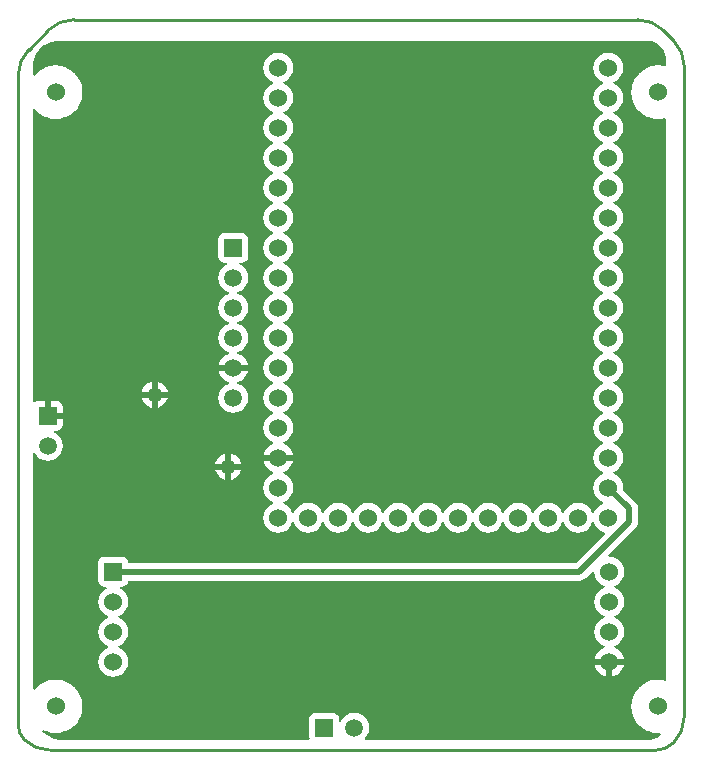
<source format=gbl>
G04 Layer_Physical_Order=2*
G04 Layer_Color=16711680*
%FSLAX25Y25*%
%MOIN*%
G70*
G01*
G75*
%ADD13C,0.01968*%
%ADD14C,0.01000*%
%ADD15R,0.05905X0.05905*%
%ADD16C,0.05905*%
%ADD17C,0.06000*%
%ADD18R,0.06000X0.06000*%
%ADD19R,0.05905X0.05905*%
%ADD20C,0.05000*%
G36*
X356396Y339750D02*
X357579Y339260D01*
X358644Y338549D01*
X359549Y337644D01*
X360260Y336579D01*
X360750Y335396D01*
X361000Y334140D01*
Y331723D01*
X360598Y331425D01*
X360201Y331545D01*
X360004Y331565D01*
X359815Y331622D01*
X358464Y331755D01*
X358365Y331745D01*
X358268Y331765D01*
X358170Y331745D01*
X358071Y331755D01*
X356720Y331622D01*
X356531Y331565D01*
X356334Y331545D01*
X355036Y331151D01*
X354861Y331058D01*
X354672Y331001D01*
X353475Y330361D01*
X353323Y330236D01*
X353148Y330142D01*
X352099Y329281D01*
X351974Y329129D01*
X351821Y329003D01*
X350960Y327954D01*
X350867Y327780D01*
X350741Y327627D01*
X350101Y326430D01*
X350044Y326241D01*
X349951Y326067D01*
X349557Y324768D01*
X349538Y324571D01*
X349480Y324382D01*
X349347Y323031D01*
X349367Y322835D01*
X349347Y322638D01*
X349480Y321287D01*
X349538Y321098D01*
X349557Y320901D01*
X349951Y319603D01*
X350044Y319428D01*
X350101Y319239D01*
X350741Y318042D01*
X350867Y317889D01*
X350960Y317715D01*
X351821Y316666D01*
X351974Y316541D01*
X352099Y316388D01*
X353148Y315527D01*
X353323Y315434D01*
X353475Y315308D01*
X354672Y314668D01*
X354861Y314611D01*
X355036Y314518D01*
X356334Y314124D01*
X356531Y314105D01*
X356720Y314047D01*
X358071Y313914D01*
X358170Y313924D01*
X358268Y313905D01*
X358365Y313924D01*
X358464Y313914D01*
X359815Y314047D01*
X360004Y314105D01*
X360201Y314124D01*
X360598Y314245D01*
X361000Y313947D01*
Y126998D01*
X360598Y126700D01*
X360201Y126821D01*
X360004Y126840D01*
X359815Y126898D01*
X358464Y127031D01*
X358365Y127021D01*
X358268Y127040D01*
X358170Y127021D01*
X358071Y127031D01*
X356720Y126898D01*
X356531Y126840D01*
X356334Y126821D01*
X355036Y126427D01*
X354861Y126334D01*
X354672Y126276D01*
X353475Y125637D01*
X353323Y125511D01*
X353148Y125418D01*
X352099Y124557D01*
X351974Y124404D01*
X351821Y124279D01*
X350960Y123230D01*
X350867Y123055D01*
X350741Y122903D01*
X350101Y121706D01*
X350044Y121517D01*
X349951Y121342D01*
X349557Y120044D01*
X349538Y119847D01*
X349480Y119658D01*
X349347Y118307D01*
X349367Y118110D01*
X349347Y117913D01*
X349480Y116563D01*
X349538Y116374D01*
X349557Y116177D01*
X349951Y114878D01*
X350044Y114704D01*
X350101Y114515D01*
X350741Y113318D01*
X350867Y113165D01*
X350960Y112991D01*
X351821Y111942D01*
X351974Y111816D01*
X352099Y111663D01*
X353148Y110802D01*
X353323Y110709D01*
X353475Y110584D01*
X354672Y109944D01*
X354861Y109887D01*
X355036Y109793D01*
X356334Y109399D01*
X356531Y109380D01*
X356720Y109323D01*
X358071Y109190D01*
X358170Y109200D01*
X358268Y109180D01*
X358365Y109200D01*
X358464Y109190D01*
X359023Y109245D01*
X359250Y108765D01*
X358825Y108340D01*
X357842Y107683D01*
X356750Y107231D01*
X355591Y107000D01*
X260649D01*
X260543Y107313D01*
X260518Y107500D01*
X261299Y108518D01*
X261795Y109715D01*
X261964Y111000D01*
X261795Y112285D01*
X261299Y113482D01*
X260510Y114510D01*
X259482Y115299D01*
X258285Y115795D01*
X257000Y115964D01*
X255715Y115795D01*
X254518Y115299D01*
X253490Y114510D01*
X252701Y113482D01*
X252460Y112899D01*
X251960Y112998D01*
Y113953D01*
X251807Y114721D01*
X251372Y115372D01*
X250721Y115807D01*
X249953Y115960D01*
X244047D01*
X243279Y115807D01*
X242628Y115372D01*
X242193Y114721D01*
X242040Y113953D01*
Y108047D01*
X242149Y107500D01*
X241824Y107000D01*
X159015D01*
X157083Y107384D01*
X155263Y108138D01*
X153625Y109232D01*
X153017Y109841D01*
X153318Y110247D01*
X153885Y109944D01*
X154074Y109887D01*
X154248Y109793D01*
X155547Y109399D01*
X155744Y109380D01*
X155933Y109323D01*
X157284Y109190D01*
X157383Y109200D01*
X157480Y109180D01*
X157578Y109200D01*
X157677Y109190D01*
X159028Y109323D01*
X159217Y109380D01*
X159414Y109399D01*
X160712Y109793D01*
X160887Y109887D01*
X161076Y109944D01*
X162273Y110584D01*
X162425Y110709D01*
X162600Y110802D01*
X163649Y111663D01*
X163774Y111816D01*
X163927Y111942D01*
X164788Y112991D01*
X164881Y113165D01*
X165007Y113318D01*
X165647Y114515D01*
X165704Y114704D01*
X165797Y114878D01*
X166191Y116177D01*
X166210Y116374D01*
X166268Y116563D01*
X166401Y117913D01*
X166381Y118110D01*
X166401Y118307D01*
X166268Y119658D01*
X166210Y119847D01*
X166191Y120044D01*
X165797Y121342D01*
X165704Y121517D01*
X165647Y121706D01*
X165007Y122903D01*
X164881Y123055D01*
X164788Y123230D01*
X163927Y124279D01*
X163774Y124404D01*
X163649Y124557D01*
X162600Y125418D01*
X162425Y125511D01*
X162273Y125637D01*
X161076Y126276D01*
X160887Y126334D01*
X160712Y126427D01*
X159414Y126821D01*
X159217Y126840D01*
X159028Y126898D01*
X157677Y127031D01*
X157578Y127021D01*
X157480Y127040D01*
X157383Y127021D01*
X157284Y127031D01*
X155933Y126898D01*
X155744Y126840D01*
X155547Y126821D01*
X154248Y126427D01*
X154074Y126334D01*
X153885Y126276D01*
X152688Y125637D01*
X152535Y125511D01*
X152361Y125418D01*
X151312Y124557D01*
X151186Y124404D01*
X151033Y124279D01*
X150500Y123629D01*
X150000Y123808D01*
Y202538D01*
X150500Y202637D01*
X150549Y202518D01*
X151338Y201490D01*
X152366Y200701D01*
X153563Y200205D01*
X154848Y200036D01*
X156133Y200205D01*
X157330Y200701D01*
X158358Y201490D01*
X159147Y202518D01*
X159643Y203715D01*
X159812Y205000D01*
X159643Y206285D01*
X159147Y207482D01*
X158358Y208510D01*
X157330Y209299D01*
X156747Y209540D01*
X156846Y210040D01*
X157801D01*
X158569Y210193D01*
X159220Y210628D01*
X159655Y211279D01*
X159808Y212047D01*
Y214016D01*
X154848D01*
Y215000D01*
X153864D01*
Y219960D01*
X151895D01*
X151127Y219807D01*
X150500Y219388D01*
X150365Y219416D01*
X150000Y219559D01*
Y317137D01*
X150500Y317316D01*
X151033Y316666D01*
X151186Y316541D01*
X151312Y316388D01*
X152361Y315527D01*
X152535Y315434D01*
X152688Y315308D01*
X153885Y314668D01*
X154074Y314611D01*
X154248Y314518D01*
X155547Y314124D01*
X155744Y314105D01*
X155933Y314047D01*
X157284Y313914D01*
X157383Y313924D01*
X157480Y313905D01*
X157578Y313924D01*
X157677Y313914D01*
X159028Y314047D01*
X159217Y314105D01*
X159414Y314124D01*
X160712Y314518D01*
X160887Y314611D01*
X161076Y314668D01*
X162273Y315308D01*
X162425Y315434D01*
X162600Y315527D01*
X163649Y316388D01*
X163774Y316541D01*
X163927Y316666D01*
X164788Y317715D01*
X164881Y317889D01*
X165007Y318042D01*
X165647Y319239D01*
X165704Y319428D01*
X165797Y319603D01*
X166191Y320901D01*
X166210Y321098D01*
X166268Y321287D01*
X166401Y322638D01*
X166381Y322835D01*
X166401Y323031D01*
X166268Y324382D01*
X166210Y324571D01*
X166191Y324768D01*
X165797Y326067D01*
X165704Y326241D01*
X165647Y326430D01*
X165007Y327627D01*
X164881Y327780D01*
X164788Y327954D01*
X163927Y329003D01*
X163774Y329129D01*
X163649Y329281D01*
X162600Y330142D01*
X162425Y330236D01*
X162273Y330361D01*
X161076Y331001D01*
X160887Y331058D01*
X160712Y331151D01*
X159414Y331545D01*
X159217Y331565D01*
X159028Y331622D01*
X157677Y331755D01*
X157578Y331745D01*
X157480Y331765D01*
X157383Y331745D01*
X157284Y331755D01*
X155933Y331622D01*
X155744Y331565D01*
X155547Y331545D01*
X154248Y331151D01*
X154074Y331058D01*
X153885Y331001D01*
X152688Y330361D01*
X152535Y330236D01*
X152361Y330142D01*
X151312Y329281D01*
X151186Y329129D01*
X151033Y329003D01*
X150500Y328353D01*
X150000Y328532D01*
Y332337D01*
X150327Y333979D01*
X150967Y335526D01*
X151898Y336918D01*
X153082Y338102D01*
X154474Y339033D01*
X156021Y339673D01*
X157663Y340000D01*
X355140D01*
X356396Y339750D01*
D02*
G37*
%LPC*%
G36*
X219377Y197016D02*
X215984D01*
Y193623D01*
X216166Y193647D01*
X217253Y194097D01*
X218187Y194813D01*
X218903Y195747D01*
X219354Y196834D01*
X219377Y197016D01*
D02*
G37*
G36*
X214016Y202378D02*
X213833Y202354D01*
X212747Y201903D01*
X211813Y201187D01*
X211097Y200254D01*
X210647Y199167D01*
X210623Y198984D01*
X214016D01*
Y202378D01*
D02*
G37*
G36*
X215984D02*
Y198984D01*
X219377D01*
X219354Y199167D01*
X218903Y200254D01*
X218187Y201187D01*
X217253Y201903D01*
X216166Y202354D01*
X215984Y202378D01*
D02*
G37*
G36*
X214016Y197016D02*
X210623D01*
X210647Y196834D01*
X211097Y195747D01*
X211813Y194813D01*
X212747Y194097D01*
X213833Y193647D01*
X214016Y193623D01*
Y197016D01*
D02*
G37*
G36*
X341016Y132016D02*
X337118D01*
X337159Y131703D01*
X337660Y130494D01*
X338456Y129456D01*
X339494Y128660D01*
X340703Y128159D01*
X341016Y128118D01*
Y132016D01*
D02*
G37*
G36*
X346882D02*
X342984D01*
Y128118D01*
X343297Y128159D01*
X344506Y128660D01*
X345544Y129456D01*
X346340Y130494D01*
X346841Y131703D01*
X346882Y132016D01*
D02*
G37*
G36*
X341646Y336011D02*
X340349Y335841D01*
X339140Y335340D01*
X338102Y334544D01*
X337306Y333506D01*
X336805Y332297D01*
X336634Y331000D01*
X336805Y329703D01*
X337306Y328494D01*
X338102Y327456D01*
X339140Y326660D01*
X340080Y326271D01*
Y325729D01*
X339140Y325340D01*
X338102Y324544D01*
X337306Y323506D01*
X336805Y322297D01*
X336634Y321000D01*
X336805Y319703D01*
X337306Y318494D01*
X338102Y317456D01*
X339140Y316660D01*
X340080Y316271D01*
Y315729D01*
X339140Y315340D01*
X338102Y314544D01*
X337306Y313506D01*
X336805Y312297D01*
X336634Y311000D01*
X336805Y309703D01*
X337306Y308494D01*
X338102Y307456D01*
X339140Y306660D01*
X340080Y306271D01*
Y305729D01*
X339140Y305340D01*
X338102Y304544D01*
X337306Y303506D01*
X336805Y302297D01*
X336634Y301000D01*
X336805Y299703D01*
X337306Y298494D01*
X338102Y297456D01*
X339140Y296660D01*
X340080Y296271D01*
Y295729D01*
X339140Y295340D01*
X338102Y294544D01*
X337306Y293506D01*
X336805Y292297D01*
X336634Y291000D01*
X336805Y289703D01*
X337306Y288494D01*
X338102Y287456D01*
X339140Y286660D01*
X340080Y286271D01*
Y285729D01*
X339140Y285340D01*
X338102Y284544D01*
X337306Y283506D01*
X336805Y282297D01*
X336634Y281000D01*
X336805Y279703D01*
X337306Y278494D01*
X338102Y277456D01*
X339140Y276660D01*
X340080Y276271D01*
Y275729D01*
X339140Y275340D01*
X338102Y274544D01*
X337306Y273506D01*
X336805Y272297D01*
X336634Y271000D01*
X336805Y269703D01*
X337306Y268494D01*
X338102Y267456D01*
X339140Y266660D01*
X340080Y266271D01*
Y265729D01*
X339140Y265340D01*
X338102Y264544D01*
X337306Y263506D01*
X336805Y262297D01*
X336634Y261000D01*
X336805Y259703D01*
X337306Y258494D01*
X338102Y257456D01*
X339140Y256660D01*
X340080Y256271D01*
Y255729D01*
X339140Y255340D01*
X338102Y254544D01*
X337306Y253506D01*
X336805Y252297D01*
X336634Y251000D01*
X336805Y249703D01*
X337306Y248494D01*
X338102Y247456D01*
X339140Y246660D01*
X340080Y246271D01*
Y245729D01*
X339140Y245340D01*
X338102Y244544D01*
X337306Y243506D01*
X336805Y242297D01*
X336634Y241000D01*
X336805Y239703D01*
X337306Y238494D01*
X338102Y237456D01*
X339140Y236660D01*
X340080Y236271D01*
Y235729D01*
X339140Y235340D01*
X338102Y234544D01*
X337306Y233506D01*
X336805Y232297D01*
X336634Y231000D01*
X336805Y229703D01*
X337306Y228494D01*
X338102Y227456D01*
X339140Y226660D01*
X340080Y226271D01*
Y225729D01*
X339140Y225340D01*
X338102Y224544D01*
X337306Y223506D01*
X336805Y222297D01*
X336634Y221000D01*
X336805Y219703D01*
X337306Y218494D01*
X338102Y217456D01*
X339140Y216660D01*
X340080Y216271D01*
Y215729D01*
X339140Y215340D01*
X338102Y214544D01*
X337306Y213506D01*
X336805Y212297D01*
X336634Y211000D01*
X336805Y209703D01*
X337306Y208494D01*
X338102Y207456D01*
X339140Y206660D01*
X340080Y206271D01*
Y205729D01*
X339140Y205340D01*
X338102Y204544D01*
X337306Y203506D01*
X336805Y202297D01*
X336634Y201000D01*
X336805Y199703D01*
X337306Y198494D01*
X338102Y197456D01*
X339140Y196660D01*
X340080Y196271D01*
Y195729D01*
X339140Y195340D01*
X338102Y194544D01*
X337306Y193506D01*
X336805Y192297D01*
X336634Y191000D01*
X336805Y189703D01*
X337306Y188494D01*
X338102Y187456D01*
X339140Y186660D01*
X340080Y186271D01*
Y185729D01*
X339140Y185340D01*
X338102Y184544D01*
X337306Y183506D01*
X336916Y182565D01*
X336375D01*
X335986Y183506D01*
X335189Y184544D01*
X334151Y185340D01*
X332943Y185841D01*
X331646Y186011D01*
X330349Y185841D01*
X329140Y185340D01*
X328102Y184544D01*
X327306Y183506D01*
X326916Y182565D01*
X326375D01*
X325986Y183506D01*
X325189Y184544D01*
X324151Y185340D01*
X322943Y185841D01*
X321646Y186011D01*
X320349Y185841D01*
X319140Y185340D01*
X318102Y184544D01*
X317306Y183506D01*
X316916Y182565D01*
X316375D01*
X315986Y183506D01*
X315189Y184544D01*
X314151Y185340D01*
X312943Y185841D01*
X311646Y186011D01*
X310349Y185841D01*
X309140Y185340D01*
X308102Y184544D01*
X307306Y183506D01*
X306916Y182565D01*
X306375D01*
X305986Y183506D01*
X305189Y184544D01*
X304151Y185340D01*
X302943Y185841D01*
X301646Y186011D01*
X300349Y185841D01*
X299140Y185340D01*
X298102Y184544D01*
X297306Y183506D01*
X296916Y182565D01*
X296375D01*
X295986Y183506D01*
X295189Y184544D01*
X294151Y185340D01*
X292943Y185841D01*
X291646Y186011D01*
X290349Y185841D01*
X289140Y185340D01*
X288102Y184544D01*
X287306Y183506D01*
X286916Y182565D01*
X286375D01*
X285986Y183506D01*
X285189Y184544D01*
X284151Y185340D01*
X282943Y185841D01*
X281646Y186011D01*
X280349Y185841D01*
X279140Y185340D01*
X278102Y184544D01*
X277306Y183506D01*
X276916Y182565D01*
X276375D01*
X275986Y183506D01*
X275189Y184544D01*
X274151Y185340D01*
X272943Y185841D01*
X271646Y186011D01*
X270349Y185841D01*
X269140Y185340D01*
X268102Y184544D01*
X267306Y183506D01*
X266916Y182565D01*
X266375D01*
X265986Y183506D01*
X265189Y184544D01*
X264151Y185340D01*
X262943Y185841D01*
X261646Y186011D01*
X260349Y185841D01*
X259140Y185340D01*
X258102Y184544D01*
X257306Y183506D01*
X256916Y182565D01*
X256375D01*
X255986Y183506D01*
X255189Y184544D01*
X254151Y185340D01*
X252943Y185841D01*
X251646Y186011D01*
X250349Y185841D01*
X249140Y185340D01*
X248102Y184544D01*
X247306Y183506D01*
X246916Y182565D01*
X246375D01*
X245986Y183506D01*
X245189Y184544D01*
X244151Y185340D01*
X242943Y185841D01*
X241646Y186011D01*
X240349Y185841D01*
X239140Y185340D01*
X238102Y184544D01*
X237306Y183506D01*
X236916Y182565D01*
X236375D01*
X235986Y183506D01*
X235189Y184544D01*
X234151Y185340D01*
X233211Y185729D01*
Y186271D01*
X234151Y186660D01*
X235189Y187456D01*
X235986Y188494D01*
X236486Y189703D01*
X236657Y191000D01*
X236486Y192297D01*
X235986Y193506D01*
X235189Y194544D01*
X234151Y195340D01*
X233211Y195729D01*
Y196271D01*
X234151Y196660D01*
X235189Y197456D01*
X235986Y198494D01*
X236486Y199703D01*
X236527Y200016D01*
X226764D01*
X226805Y199703D01*
X227306Y198494D01*
X228102Y197456D01*
X229140Y196660D01*
X230080Y196271D01*
Y195729D01*
X229140Y195340D01*
X228102Y194544D01*
X227306Y193506D01*
X226805Y192297D01*
X226634Y191000D01*
X226805Y189703D01*
X227306Y188494D01*
X228102Y187456D01*
X229140Y186660D01*
X230080Y186271D01*
Y185729D01*
X229140Y185340D01*
X228102Y184544D01*
X227306Y183506D01*
X226805Y182297D01*
X226634Y181000D01*
X226805Y179703D01*
X227306Y178494D01*
X228102Y177456D01*
X229140Y176660D01*
X230349Y176159D01*
X231646Y175989D01*
X232943Y176159D01*
X234151Y176660D01*
X235189Y177456D01*
X235986Y178494D01*
X236375Y179435D01*
X236916D01*
X237306Y178494D01*
X238102Y177456D01*
X239140Y176660D01*
X240349Y176159D01*
X241646Y175989D01*
X242943Y176159D01*
X244151Y176660D01*
X245189Y177456D01*
X245986Y178494D01*
X246375Y179435D01*
X246916D01*
X247306Y178494D01*
X248102Y177456D01*
X249140Y176660D01*
X250349Y176159D01*
X251646Y175989D01*
X252943Y176159D01*
X254151Y176660D01*
X255189Y177456D01*
X255986Y178494D01*
X256375Y179435D01*
X256916D01*
X257306Y178494D01*
X258102Y177456D01*
X259140Y176660D01*
X260349Y176159D01*
X261646Y175989D01*
X262943Y176159D01*
X264151Y176660D01*
X265189Y177456D01*
X265986Y178494D01*
X266375Y179435D01*
X266916D01*
X267306Y178494D01*
X268102Y177456D01*
X269140Y176660D01*
X270349Y176159D01*
X271646Y175989D01*
X272943Y176159D01*
X274151Y176660D01*
X275189Y177456D01*
X275986Y178494D01*
X276375Y179435D01*
X276916D01*
X277306Y178494D01*
X278102Y177456D01*
X279140Y176660D01*
X280349Y176159D01*
X281646Y175989D01*
X282943Y176159D01*
X284151Y176660D01*
X285189Y177456D01*
X285986Y178494D01*
X286375Y179435D01*
X286916D01*
X287306Y178494D01*
X288102Y177456D01*
X289140Y176660D01*
X290349Y176159D01*
X291646Y175989D01*
X292943Y176159D01*
X294151Y176660D01*
X295189Y177456D01*
X295986Y178494D01*
X296375Y179435D01*
X296916D01*
X297306Y178494D01*
X298102Y177456D01*
X299140Y176660D01*
X300349Y176159D01*
X301646Y175989D01*
X302943Y176159D01*
X304151Y176660D01*
X305189Y177456D01*
X305986Y178494D01*
X306375Y179435D01*
X306916D01*
X307306Y178494D01*
X308102Y177456D01*
X309140Y176660D01*
X310349Y176159D01*
X311646Y175989D01*
X312943Y176159D01*
X314151Y176660D01*
X315189Y177456D01*
X315986Y178494D01*
X316375Y179435D01*
X316916D01*
X317306Y178494D01*
X318102Y177456D01*
X319140Y176660D01*
X320349Y176159D01*
X321646Y175989D01*
X322943Y176159D01*
X324151Y176660D01*
X325189Y177456D01*
X325986Y178494D01*
X326375Y179435D01*
X326916D01*
X327306Y178494D01*
X328102Y177456D01*
X329140Y176660D01*
X330349Y176159D01*
X331646Y175989D01*
X332943Y176159D01*
X334151Y176660D01*
X335189Y177456D01*
X335986Y178494D01*
X336375Y179435D01*
X336916D01*
X337306Y178494D01*
X338102Y177456D01*
X339140Y176660D01*
X340349Y176159D01*
X340374Y176156D01*
X340535Y175683D01*
X330831Y165978D01*
X181653D01*
Y166000D01*
X181500Y166768D01*
X181065Y167419D01*
X180414Y167854D01*
X179646Y168007D01*
X173646D01*
X172878Y167854D01*
X172227Y167419D01*
X171791Y166768D01*
X171639Y166000D01*
Y160000D01*
X171791Y159232D01*
X172227Y158581D01*
X172878Y158146D01*
X173646Y157993D01*
X174410D01*
X174509Y157493D01*
X174140Y157340D01*
X173102Y156544D01*
X172306Y155506D01*
X171805Y154297D01*
X171634Y153000D01*
X171805Y151703D01*
X172306Y150494D01*
X173102Y149456D01*
X174140Y148660D01*
X175080Y148271D01*
Y147729D01*
X174140Y147340D01*
X173102Y146544D01*
X172306Y145506D01*
X171805Y144297D01*
X171634Y143000D01*
X171805Y141703D01*
X172306Y140494D01*
X173102Y139456D01*
X174140Y138660D01*
X175080Y138271D01*
Y137729D01*
X174140Y137340D01*
X173102Y136544D01*
X172306Y135506D01*
X171805Y134297D01*
X171634Y133000D01*
X171805Y131703D01*
X172306Y130494D01*
X173102Y129456D01*
X174140Y128660D01*
X175349Y128159D01*
X176646Y127989D01*
X177943Y128159D01*
X179151Y128660D01*
X180189Y129456D01*
X180986Y130494D01*
X181486Y131703D01*
X181657Y133000D01*
X181486Y134297D01*
X180986Y135506D01*
X180189Y136544D01*
X179151Y137340D01*
X178211Y137729D01*
Y138271D01*
X179151Y138660D01*
X180189Y139456D01*
X180986Y140494D01*
X181486Y141703D01*
X181657Y143000D01*
X181486Y144297D01*
X180986Y145506D01*
X180189Y146544D01*
X179151Y147340D01*
X178211Y147729D01*
Y148271D01*
X179151Y148660D01*
X180189Y149456D01*
X180986Y150494D01*
X181486Y151703D01*
X181657Y153000D01*
X181486Y154297D01*
X180986Y155506D01*
X180189Y156544D01*
X179151Y157340D01*
X178782Y157493D01*
X178882Y157993D01*
X179646D01*
X180414Y158146D01*
X181065Y158581D01*
X181500Y159232D01*
X181653Y160000D01*
Y160022D01*
X332064D01*
X332835Y160123D01*
X333553Y160421D01*
X334170Y160894D01*
X336547Y163271D01*
X336995Y163050D01*
X336989Y163000D01*
X337159Y161703D01*
X337660Y160494D01*
X338456Y159456D01*
X339494Y158660D01*
X340435Y158271D01*
Y157729D01*
X339494Y157340D01*
X338456Y156544D01*
X337660Y155506D01*
X337159Y154297D01*
X336989Y153000D01*
X337159Y151703D01*
X337660Y150494D01*
X338456Y149456D01*
X339494Y148660D01*
X340435Y148271D01*
Y147729D01*
X339494Y147340D01*
X338456Y146544D01*
X337660Y145506D01*
X337159Y144297D01*
X336989Y143000D01*
X337159Y141703D01*
X337660Y140494D01*
X338456Y139456D01*
X339494Y138660D01*
X340435Y138271D01*
Y137729D01*
X339494Y137340D01*
X338456Y136544D01*
X337660Y135506D01*
X337159Y134297D01*
X337118Y133984D01*
X346882D01*
X346841Y134297D01*
X346340Y135506D01*
X345544Y136544D01*
X344506Y137340D01*
X343566Y137729D01*
Y138271D01*
X344506Y138660D01*
X345544Y139456D01*
X346340Y140494D01*
X346841Y141703D01*
X347011Y143000D01*
X346841Y144297D01*
X346340Y145506D01*
X345544Y146544D01*
X344506Y147340D01*
X343566Y147729D01*
Y148271D01*
X344506Y148660D01*
X345544Y149456D01*
X346340Y150494D01*
X346841Y151703D01*
X347011Y153000D01*
X346841Y154297D01*
X346340Y155506D01*
X345544Y156544D01*
X344506Y157340D01*
X343566Y157729D01*
Y158271D01*
X344506Y158660D01*
X345544Y159456D01*
X346340Y160494D01*
X346841Y161703D01*
X347011Y163000D01*
X346841Y164297D01*
X346340Y165506D01*
X345544Y166544D01*
X344506Y167340D01*
X343297Y167841D01*
X342000Y168011D01*
X341950Y168005D01*
X341729Y168453D01*
X350670Y177394D01*
X350670Y177394D01*
X351143Y178011D01*
X351441Y178729D01*
X351542Y179500D01*
Y184081D01*
X351542Y184081D01*
X351441Y184852D01*
X351143Y185571D01*
X350670Y186188D01*
X350670Y186188D01*
X346564Y190294D01*
X346657Y191000D01*
X346486Y192297D01*
X345986Y193506D01*
X345189Y194544D01*
X344151Y195340D01*
X343211Y195729D01*
Y196271D01*
X344151Y196660D01*
X345189Y197456D01*
X345986Y198494D01*
X346486Y199703D01*
X346657Y201000D01*
X346486Y202297D01*
X345986Y203506D01*
X345189Y204544D01*
X344151Y205340D01*
X343211Y205729D01*
Y206271D01*
X344151Y206660D01*
X345189Y207456D01*
X345986Y208494D01*
X346486Y209703D01*
X346657Y211000D01*
X346486Y212297D01*
X345986Y213506D01*
X345189Y214544D01*
X344151Y215340D01*
X343211Y215729D01*
Y216271D01*
X344151Y216660D01*
X345189Y217456D01*
X345986Y218494D01*
X346486Y219703D01*
X346657Y221000D01*
X346486Y222297D01*
X345986Y223506D01*
X345189Y224544D01*
X344151Y225340D01*
X343211Y225729D01*
Y226271D01*
X344151Y226660D01*
X345189Y227456D01*
X345986Y228494D01*
X346486Y229703D01*
X346657Y231000D01*
X346486Y232297D01*
X345986Y233506D01*
X345189Y234544D01*
X344151Y235340D01*
X343211Y235729D01*
Y236271D01*
X344151Y236660D01*
X345189Y237456D01*
X345986Y238494D01*
X346486Y239703D01*
X346657Y241000D01*
X346486Y242297D01*
X345986Y243506D01*
X345189Y244544D01*
X344151Y245340D01*
X343211Y245729D01*
Y246271D01*
X344151Y246660D01*
X345189Y247456D01*
X345986Y248494D01*
X346486Y249703D01*
X346657Y251000D01*
X346486Y252297D01*
X345986Y253506D01*
X345189Y254544D01*
X344151Y255340D01*
X343211Y255729D01*
Y256271D01*
X344151Y256660D01*
X345189Y257456D01*
X345986Y258494D01*
X346486Y259703D01*
X346657Y261000D01*
X346486Y262297D01*
X345986Y263506D01*
X345189Y264544D01*
X344151Y265340D01*
X343211Y265729D01*
Y266271D01*
X344151Y266660D01*
X345189Y267456D01*
X345986Y268494D01*
X346486Y269703D01*
X346657Y271000D01*
X346486Y272297D01*
X345986Y273506D01*
X345189Y274544D01*
X344151Y275340D01*
X343211Y275729D01*
Y276271D01*
X344151Y276660D01*
X345189Y277456D01*
X345986Y278494D01*
X346486Y279703D01*
X346657Y281000D01*
X346486Y282297D01*
X345986Y283506D01*
X345189Y284544D01*
X344151Y285340D01*
X343211Y285729D01*
Y286271D01*
X344151Y286660D01*
X345189Y287456D01*
X345986Y288494D01*
X346486Y289703D01*
X346657Y291000D01*
X346486Y292297D01*
X345986Y293506D01*
X345189Y294544D01*
X344151Y295340D01*
X343211Y295729D01*
Y296271D01*
X344151Y296660D01*
X345189Y297456D01*
X345986Y298494D01*
X346486Y299703D01*
X346657Y301000D01*
X346486Y302297D01*
X345986Y303506D01*
X345189Y304544D01*
X344151Y305340D01*
X343211Y305729D01*
Y306271D01*
X344151Y306660D01*
X345189Y307456D01*
X345986Y308494D01*
X346486Y309703D01*
X346657Y311000D01*
X346486Y312297D01*
X345986Y313506D01*
X345189Y314544D01*
X344151Y315340D01*
X343211Y315729D01*
Y316271D01*
X344151Y316660D01*
X345189Y317456D01*
X345986Y318494D01*
X346486Y319703D01*
X346657Y321000D01*
X346486Y322297D01*
X345986Y323506D01*
X345189Y324544D01*
X344151Y325340D01*
X343211Y325729D01*
Y326271D01*
X344151Y326660D01*
X345189Y327456D01*
X345986Y328494D01*
X346486Y329703D01*
X346657Y331000D01*
X346486Y332297D01*
X345986Y333506D01*
X345189Y334544D01*
X344151Y335340D01*
X342943Y335841D01*
X341646Y336011D01*
D02*
G37*
G36*
X231646D02*
X230349Y335841D01*
X229140Y335340D01*
X228102Y334544D01*
X227306Y333506D01*
X226805Y332297D01*
X226634Y331000D01*
X226805Y329703D01*
X227306Y328494D01*
X228102Y327456D01*
X229140Y326660D01*
X230080Y326271D01*
Y325729D01*
X229140Y325340D01*
X228102Y324544D01*
X227306Y323506D01*
X226805Y322297D01*
X226634Y321000D01*
X226805Y319703D01*
X227306Y318494D01*
X228102Y317456D01*
X229140Y316660D01*
X230080Y316271D01*
Y315729D01*
X229140Y315340D01*
X228102Y314544D01*
X227306Y313506D01*
X226805Y312297D01*
X226634Y311000D01*
X226805Y309703D01*
X227306Y308494D01*
X228102Y307456D01*
X229140Y306660D01*
X230080Y306271D01*
Y305729D01*
X229140Y305340D01*
X228102Y304544D01*
X227306Y303506D01*
X226805Y302297D01*
X226634Y301000D01*
X226805Y299703D01*
X227306Y298494D01*
X228102Y297456D01*
X229140Y296660D01*
X230080Y296271D01*
Y295729D01*
X229140Y295340D01*
X228102Y294544D01*
X227306Y293506D01*
X226805Y292297D01*
X226634Y291000D01*
X226805Y289703D01*
X227306Y288494D01*
X228102Y287456D01*
X229140Y286660D01*
X230080Y286271D01*
Y285729D01*
X229140Y285340D01*
X228102Y284544D01*
X227306Y283506D01*
X226805Y282297D01*
X226634Y281000D01*
X226805Y279703D01*
X227306Y278494D01*
X228102Y277456D01*
X229140Y276660D01*
X230080Y276271D01*
Y275729D01*
X229140Y275340D01*
X228102Y274544D01*
X227306Y273506D01*
X226805Y272297D01*
X226634Y271000D01*
X226805Y269703D01*
X227306Y268494D01*
X228102Y267456D01*
X229140Y266660D01*
X230080Y266271D01*
Y265729D01*
X229140Y265340D01*
X228102Y264544D01*
X227306Y263506D01*
X226805Y262297D01*
X226634Y261000D01*
X226805Y259703D01*
X227306Y258494D01*
X228102Y257456D01*
X229140Y256660D01*
X230080Y256271D01*
Y255729D01*
X229140Y255340D01*
X228102Y254544D01*
X227306Y253506D01*
X226805Y252297D01*
X226634Y251000D01*
X226805Y249703D01*
X227306Y248494D01*
X228102Y247456D01*
X229140Y246660D01*
X230080Y246271D01*
Y245729D01*
X229140Y245340D01*
X228102Y244544D01*
X227306Y243506D01*
X226805Y242297D01*
X226634Y241000D01*
X226805Y239703D01*
X227306Y238494D01*
X228102Y237456D01*
X229140Y236660D01*
X230080Y236271D01*
Y235729D01*
X229140Y235340D01*
X228102Y234544D01*
X227306Y233506D01*
X226805Y232297D01*
X226634Y231000D01*
X226805Y229703D01*
X227306Y228494D01*
X228102Y227456D01*
X229140Y226660D01*
X230080Y226271D01*
Y225729D01*
X229140Y225340D01*
X228102Y224544D01*
X227306Y223506D01*
X226805Y222297D01*
X226634Y221000D01*
X226805Y219703D01*
X227306Y218494D01*
X228102Y217456D01*
X229140Y216660D01*
X230080Y216271D01*
Y215729D01*
X229140Y215340D01*
X228102Y214544D01*
X227306Y213506D01*
X226805Y212297D01*
X226634Y211000D01*
X226805Y209703D01*
X227306Y208494D01*
X228102Y207456D01*
X229140Y206660D01*
X230080Y206271D01*
Y205729D01*
X229140Y205340D01*
X228102Y204544D01*
X227306Y203506D01*
X226805Y202297D01*
X226764Y201984D01*
X236527D01*
X236486Y202297D01*
X235986Y203506D01*
X235189Y204544D01*
X234151Y205340D01*
X233211Y205729D01*
Y206271D01*
X234151Y206660D01*
X235189Y207456D01*
X235986Y208494D01*
X236486Y209703D01*
X236657Y211000D01*
X236486Y212297D01*
X235986Y213506D01*
X235189Y214544D01*
X234151Y215340D01*
X233211Y215729D01*
Y216271D01*
X234151Y216660D01*
X235189Y217456D01*
X235986Y218494D01*
X236486Y219703D01*
X236657Y221000D01*
X236486Y222297D01*
X235986Y223506D01*
X235189Y224544D01*
X234151Y225340D01*
X233211Y225729D01*
Y226271D01*
X234151Y226660D01*
X235189Y227456D01*
X235986Y228494D01*
X236486Y229703D01*
X236657Y231000D01*
X236486Y232297D01*
X235986Y233506D01*
X235189Y234544D01*
X234151Y235340D01*
X233211Y235729D01*
Y236271D01*
X234151Y236660D01*
X235189Y237456D01*
X235986Y238494D01*
X236486Y239703D01*
X236657Y241000D01*
X236486Y242297D01*
X235986Y243506D01*
X235189Y244544D01*
X234151Y245340D01*
X233211Y245729D01*
Y246271D01*
X234151Y246660D01*
X235189Y247456D01*
X235986Y248494D01*
X236486Y249703D01*
X236657Y251000D01*
X236486Y252297D01*
X235986Y253506D01*
X235189Y254544D01*
X234151Y255340D01*
X233211Y255729D01*
Y256271D01*
X234151Y256660D01*
X235189Y257456D01*
X235986Y258494D01*
X236486Y259703D01*
X236657Y261000D01*
X236486Y262297D01*
X235986Y263506D01*
X235189Y264544D01*
X234151Y265340D01*
X233211Y265729D01*
Y266271D01*
X234151Y266660D01*
X235189Y267456D01*
X235986Y268494D01*
X236486Y269703D01*
X236657Y271000D01*
X236486Y272297D01*
X235986Y273506D01*
X235189Y274544D01*
X234151Y275340D01*
X233211Y275729D01*
Y276271D01*
X234151Y276660D01*
X235189Y277456D01*
X235986Y278494D01*
X236486Y279703D01*
X236657Y281000D01*
X236486Y282297D01*
X235986Y283506D01*
X235189Y284544D01*
X234151Y285340D01*
X233211Y285729D01*
Y286271D01*
X234151Y286660D01*
X235189Y287456D01*
X235986Y288494D01*
X236486Y289703D01*
X236657Y291000D01*
X236486Y292297D01*
X235986Y293506D01*
X235189Y294544D01*
X234151Y295340D01*
X233211Y295729D01*
Y296271D01*
X234151Y296660D01*
X235189Y297456D01*
X235986Y298494D01*
X236486Y299703D01*
X236657Y301000D01*
X236486Y302297D01*
X235986Y303506D01*
X235189Y304544D01*
X234151Y305340D01*
X233211Y305729D01*
Y306271D01*
X234151Y306660D01*
X235189Y307456D01*
X235986Y308494D01*
X236486Y309703D01*
X236657Y311000D01*
X236486Y312297D01*
X235986Y313506D01*
X235189Y314544D01*
X234151Y315340D01*
X233211Y315729D01*
Y316271D01*
X234151Y316660D01*
X235189Y317456D01*
X235986Y318494D01*
X236486Y319703D01*
X236657Y321000D01*
X236486Y322297D01*
X235986Y323506D01*
X235189Y324544D01*
X234151Y325340D01*
X233211Y325729D01*
Y326271D01*
X234151Y326660D01*
X235189Y327456D01*
X235986Y328494D01*
X236486Y329703D01*
X236657Y331000D01*
X236486Y332297D01*
X235986Y333506D01*
X235189Y334544D01*
X234151Y335340D01*
X232943Y335841D01*
X231646Y336011D01*
D02*
G37*
G36*
X189516Y226378D02*
X189333Y226354D01*
X188247Y225903D01*
X187313Y225187D01*
X186597Y224254D01*
X186146Y223166D01*
X186123Y222984D01*
X189516D01*
Y226378D01*
D02*
G37*
G36*
X191484D02*
Y222984D01*
X194878D01*
X194853Y223166D01*
X194403Y224254D01*
X193687Y225187D01*
X192754Y225903D01*
X191666Y226354D01*
X191484Y226378D01*
D02*
G37*
G36*
X219606Y275913D02*
X213701D01*
X212933Y275760D01*
X212282Y275325D01*
X211846Y274674D01*
X211694Y273905D01*
Y268000D01*
X211846Y267232D01*
X212282Y266581D01*
X212933Y266146D01*
X213701Y265993D01*
X214655D01*
X214755Y265493D01*
X214172Y265251D01*
X213144Y264463D01*
X212355Y263435D01*
X211859Y262238D01*
X211690Y260953D01*
X211859Y259668D01*
X212355Y258471D01*
X213144Y257443D01*
X214172Y256654D01*
X215245Y256209D01*
X215245Y256209D01*
Y255697D01*
X215245Y255696D01*
X214172Y255252D01*
X213144Y254463D01*
X212355Y253435D01*
X211859Y252238D01*
X211690Y250953D01*
X211859Y249668D01*
X212355Y248471D01*
X213144Y247443D01*
X214172Y246654D01*
X215245Y246209D01*
X215245Y246209D01*
Y245697D01*
X215245Y245696D01*
X214172Y245251D01*
X213144Y244463D01*
X212355Y243435D01*
X211859Y242237D01*
X211690Y240953D01*
X211859Y239668D01*
X212355Y238471D01*
X213144Y237443D01*
X214172Y236654D01*
X215245Y236209D01*
X215245Y236209D01*
Y235697D01*
X215245Y235696D01*
X214172Y235251D01*
X213144Y234463D01*
X212355Y233435D01*
X211859Y232238D01*
X211819Y231937D01*
X216653D01*
X221488D01*
X221448Y232238D01*
X220952Y233435D01*
X220163Y234463D01*
X219135Y235251D01*
X218062Y235696D01*
X218062Y235697D01*
Y236209D01*
X218062Y236209D01*
X219135Y236654D01*
X220163Y237443D01*
X220952Y238471D01*
X221448Y239668D01*
X221617Y240953D01*
X221448Y242237D01*
X220952Y243435D01*
X220163Y244463D01*
X219135Y245251D01*
X218062Y245696D01*
X218062Y245697D01*
Y246209D01*
X218062Y246209D01*
X219135Y246654D01*
X220163Y247443D01*
X220952Y248471D01*
X221448Y249668D01*
X221617Y250953D01*
X221448Y252238D01*
X220952Y253435D01*
X220163Y254463D01*
X219135Y255252D01*
X218062Y255696D01*
X218062Y255697D01*
Y256209D01*
X218062Y256209D01*
X219135Y256654D01*
X220163Y257443D01*
X220952Y258471D01*
X221448Y259668D01*
X221617Y260953D01*
X221448Y262238D01*
X220952Y263435D01*
X220163Y264463D01*
X219135Y265251D01*
X218552Y265493D01*
X218652Y265993D01*
X219606D01*
X220374Y266146D01*
X221025Y266581D01*
X221461Y267232D01*
X221613Y268000D01*
Y273905D01*
X221461Y274674D01*
X221025Y275325D01*
X220374Y275760D01*
X219606Y275913D01*
D02*
G37*
G36*
X194878Y221016D02*
X191484D01*
Y217622D01*
X191666Y217647D01*
X192754Y218097D01*
X193687Y218813D01*
X194403Y219746D01*
X194853Y220833D01*
X194878Y221016D01*
D02*
G37*
G36*
X157801Y219960D02*
X155832D01*
Y215984D01*
X159808D01*
Y217953D01*
X159655Y218721D01*
X159220Y219372D01*
X158569Y219807D01*
X157801Y219960D01*
D02*
G37*
G36*
X221488Y229969D02*
X216653D01*
X211819D01*
X211859Y229668D01*
X212355Y228471D01*
X213144Y227443D01*
X214172Y226654D01*
X215245Y226209D01*
X215245Y226209D01*
Y225697D01*
X215245Y225696D01*
X214172Y225252D01*
X213144Y224463D01*
X212355Y223435D01*
X211859Y222237D01*
X211690Y220953D01*
X211859Y219668D01*
X212355Y218471D01*
X213144Y217443D01*
X214172Y216654D01*
X215369Y216158D01*
X216653Y215989D01*
X217938Y216158D01*
X219135Y216654D01*
X220163Y217443D01*
X220952Y218471D01*
X221448Y219668D01*
X221617Y220953D01*
X221448Y222237D01*
X220952Y223435D01*
X220163Y224463D01*
X219135Y225252D01*
X218062Y225696D01*
X218062Y225697D01*
Y226209D01*
X218062Y226209D01*
X219135Y226654D01*
X220163Y227443D01*
X220952Y228471D01*
X221448Y229668D01*
X221488Y229969D01*
D02*
G37*
G36*
X189516Y221016D02*
X186123D01*
X186146Y220833D01*
X186597Y219746D01*
X187313Y218813D01*
X188247Y218097D01*
X189333Y217647D01*
X189516Y217622D01*
Y221016D01*
D02*
G37*
%LPD*%
D13*
X176646Y163000D02*
X332064D01*
X348564Y179500D01*
Y184081D01*
X341646Y191000D02*
X348564Y184081D01*
D14*
X360035Y343464D02*
G03*
X351500Y347000I-8535J-8535D01*
G01*
X367000Y331500D02*
G03*
X363464Y340036I-12071J0D01*
G01*
Y105965D02*
G03*
X367000Y114500I-8535J8535D01*
G01*
X357515Y103500D02*
G03*
X363464Y105965I0J8414D01*
G01*
X146965Y107036D02*
G03*
X155500Y103500I8535J8535D01*
G01*
X145000Y111778D02*
G03*
X146965Y107036I6707J0D01*
G01*
X148536Y337035D02*
G03*
X145000Y328500I8535J-8535D01*
G01*
X163500Y347000D02*
G03*
X154964Y343464I0J-12071D01*
G01*
X281000Y347000D02*
X351500D01*
X360035Y343464D02*
X363464Y340036D01*
X367000Y114500D02*
Y331500D01*
X155500Y103500D02*
X357515D01*
X145000Y111778D02*
Y319500D01*
Y328500D01*
X148536Y337035D02*
X154964Y343464D01*
X163500Y347000D02*
X281000D01*
D15*
X216653Y270953D02*
D03*
X154848Y215000D02*
D03*
D16*
X216653Y260953D02*
D03*
Y250953D02*
D03*
Y240953D02*
D03*
Y230953D02*
D03*
Y220953D02*
D03*
X154848Y205000D02*
D03*
X257000Y111000D02*
D03*
D17*
X342000Y133000D02*
D03*
Y143000D02*
D03*
Y153000D02*
D03*
Y163000D02*
D03*
X176646Y153000D02*
D03*
Y143000D02*
D03*
Y133000D02*
D03*
X231646Y181000D02*
D03*
Y191000D02*
D03*
Y201000D02*
D03*
Y211000D02*
D03*
Y221000D02*
D03*
Y231000D02*
D03*
Y241000D02*
D03*
Y251000D02*
D03*
Y261000D02*
D03*
Y271000D02*
D03*
Y281000D02*
D03*
Y291000D02*
D03*
Y301000D02*
D03*
Y311000D02*
D03*
Y321000D02*
D03*
Y331000D02*
D03*
X241646Y181000D02*
D03*
X251646D02*
D03*
X261646D02*
D03*
X271646D02*
D03*
X281646D02*
D03*
X291646D02*
D03*
X301646D02*
D03*
X311646D02*
D03*
X321646D02*
D03*
X331646D02*
D03*
X341646D02*
D03*
Y191000D02*
D03*
Y201000D02*
D03*
Y211000D02*
D03*
Y221000D02*
D03*
Y231000D02*
D03*
Y241000D02*
D03*
Y251000D02*
D03*
Y261000D02*
D03*
Y271000D02*
D03*
Y281000D02*
D03*
Y291000D02*
D03*
Y301000D02*
D03*
Y311000D02*
D03*
Y321000D02*
D03*
Y331000D02*
D03*
X157480Y118110D02*
D03*
X358268D02*
D03*
X157480Y322835D02*
D03*
X358268D02*
D03*
D18*
X176646Y163000D02*
D03*
D19*
X247000Y111000D02*
D03*
D20*
X215000Y198000D02*
D03*
X190500Y222000D02*
D03*
M02*

</source>
